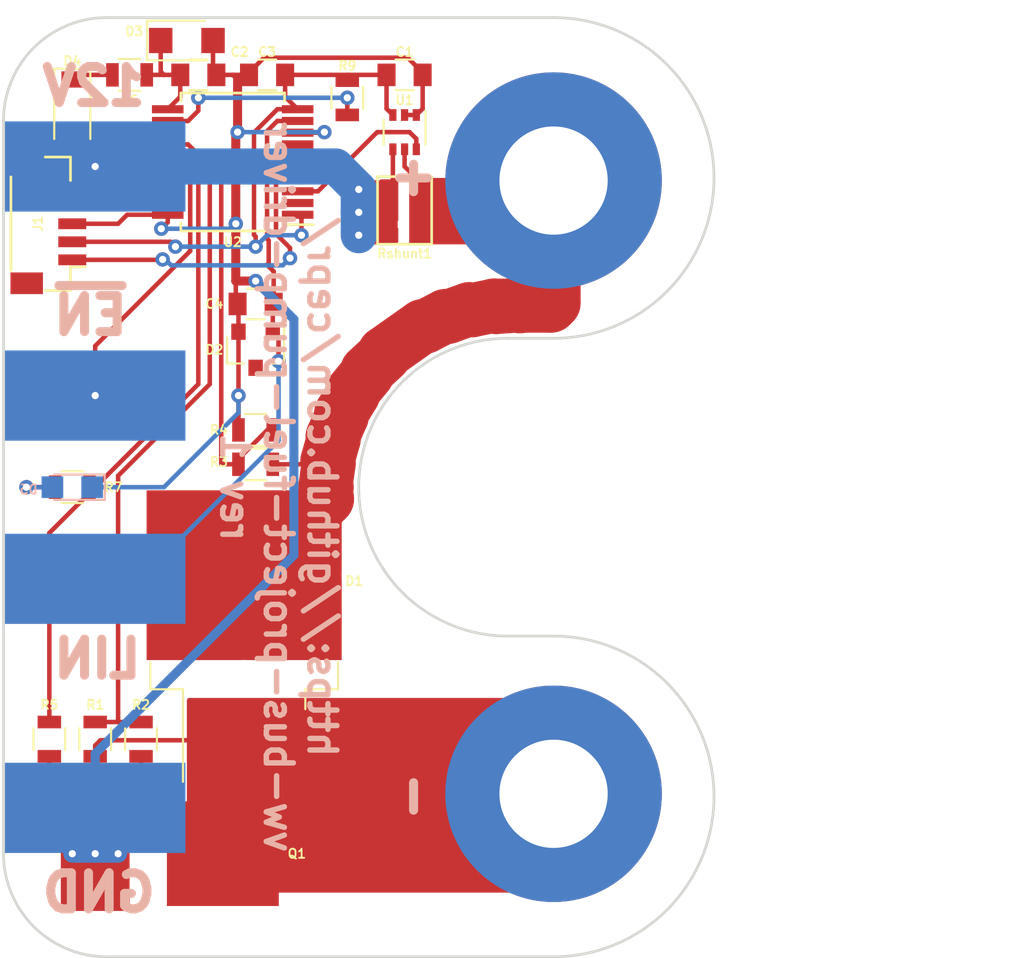
<source format=kicad_pcb>
(kicad_pcb (version 20221018) (generator pcbnew)
  (layers (0 "F.Cu" signal) (31 "B.Cu" signal) (34 "B.Paste" user) (35 "F.Paste" user) (36 "B.SilkS" user "B.Silkscreen") (37 "F.SilkS" user "F.Silkscreen") (38 "B.Mask" user) (39 "F.Mask" user) (44 "Edge.Cuts" user))
  (net 0 "")
  (net 1 "GND")
  (net 2 "+5V")
  (net 3 "Net-(Q1-Pad1)")
  (net 4 "+12V")
  (net 5 "Net-(C2-Pad1)")
  (net 6 "Net-(D4-Pad1)")
  (net 7 "Net-(D5-Pad2)")
  (net 8 "Net-(R9-Pad1)")
  (net 9 "/MCU/LIN")
  (net 10 "/Frontend/OUT+")
  (net 11 "/Frontend/OUT-")
  (net 12 "/MCU/ICSPCLK")
  (net 13 "/MCU/ICSPDAT")
  (net 14 "/MCU/~{MCLR}")
  (net 15 "/MCU/EXT_EN")
  (net 16 "/Frontend/OUT-SENSE")
  (net 17 "/Frontend/OUT+SENSE")
  (net 18 "/Frontend/EN")
  (net 19 "/Frontend/CURRENT_SENSE")
  (footprint "Capacitors_SMD:C_0805" (layer "F.Cu") (at 144.145 78.74)
    (fp_text reference "C1" (at 0 -1.27 180) (layer "F.SilkS") (effects (font (size 0.5 0.5) (thickness 0.1))))
    (fp_text value "100n")
    (fp_line (start -0.5 0.85) (end 0.5 0.85) (stroke (width 0.12)) (layer "F.SilkS"))
    (fp_line (start 0.5 -0.85) (end -0.5 -0.85) (stroke (width 0.12)) (layer "F.SilkS"))
    (pad "1" smd rect (at -1 0) (size 1 1.25) (layers "F.Cu" "F.Paste" "F.Mask") (net 2 "+5V"))
    (pad "2" smd rect (at 1 0) (size 1 1.25) (layers "F.Cu" "F.Paste" "F.Mask") (net 1 "GND"))
  )
  (footprint "TO_SOT_Packages_SMD:TO-263-2" (layer "F.Cu") (at 135.255 109.855 90)
    (fp_text reference "D1" (at 3.048 6.096) (layer "F.SilkS") (effects (font (size 0.5 0.5) (thickness 0.1))))
    (fp_text value "VB30100S-E3/8W")
    (fp_line (start -2.95 -5.2) (end -2.95 -3.39) (stroke (width 0.12)) (layer "F.SilkS"))
    (fp_line (start -2.95 -3.39) (end -8.075 -3.39) (stroke (width 0.12)) (layer "F.SilkS"))
    (fp_line (start -2.95 3.39) (end -4.05 3.39) (stroke (width 0.12)) (layer "F.SilkS"))
    (fp_line (start -2.95 5.2) (end -2.95 3.39) (stroke (width 0.12)) (layer "F.SilkS"))
    (fp_line (start -1.45 -5.2) (end -2.95 -5.2) (stroke (width 0.12)) (layer "F.SilkS"))
    (fp_line (start -1.45 5.2) (end -2.95 5.2) (stroke (width 0.12)) (layer "F.SilkS"))
    (pad "1" smd rect (at -5.775 -2.54 90) (size 4.6 1.1) (layers "F.Cu" "F.Paste" "F.Mask") (net 11 "/Frontend/OUT-"))
    (pad "2" smd rect (at 0.95 -2.775 90) (size 4.55 5.25) (layers "F.Cu" "F.Paste") (net 10 "/Frontend/OUT+"))
    (pad "2" smd rect (at 0.95 2.775 90) (size 4.55 5.25) (layers "F.Cu" "F.Paste") (net 10 "/Frontend/OUT+"))
    (pad "2" smd rect (at 3.375 0 90) (size 9.4 10.8) (layers "F.Cu" "F.Mask") (net 10 "/Frontend/OUT+"))
    (pad "2" smd rect (at 5.8 -2.775 90) (size 4.55 5.25) (layers "F.Cu" "F.Paste") (net 10 "/Frontend/OUT+"))
    (pad "2" smd rect (at 5.8 2.775 90) (size 4.55 5.25) (layers "F.Cu" "F.Paste") (net 10 "/Frontend/OUT+"))
    (pad "3" smd rect (at -5.775 2.54 90) (size 4.6 1.1) (layers "F.Cu" "F.Paste" "F.Mask") (net 11 "/Frontend/OUT-"))
  )
  (footprint "Project:CST0612" (layer "F.Cu") (at 144.145 87.63)
    (fp_text reference "Rshunt1" (at 0 1.016 180) (layer "F.SilkS") (effects (font (size 0.5 0.5) (thickness 0.1))))
    (fp_text value "750u")
    (fp_line (start -1.5 -3.25) (end 1.5 -3.25) (stroke (width 0.15)) (layer "F.SilkS"))
    (fp_line (start -1.5 0.5) (end -1.5 -3.25) (stroke (width 0.15)) (layer "F.SilkS"))
    (fp_line (start 1.5 -3.25) (end 1.5 0.5) (stroke (width 0.15)) (layer "F.SilkS"))
    (fp_line (start 1.5 0.5) (end -1.5 0.5) (stroke (width 0.15)) (layer "F.SilkS"))
    (pad "1" smd rect (at -0.85 -1.95) (size 1 2.3) (layers "F.Cu" "F.Paste" "F.Mask") (net 4 "+12V"))
    (pad "1" smd rect (at -0.85 0) (size 1 0.8) (layers "F.Cu" "F.Paste" "F.Mask") (net 4 "+12V"))
    (pad "2" smd rect (at 0.85 -1.95) (size 1 2.3) (layers "F.Cu" "F.Paste" "F.Mask") (net 10 "/Frontend/OUT+"))
    (pad "2" smd rect (at 0.85 0) (size 1 0.8) (layers "F.Cu" "F.Paste" "F.Mask") (net 10 "/Frontend/OUT+"))
  )
  (footprint "TO_SOT_Packages_SMD:SOT-363_SC-70-6" (layer "F.Cu") (at 144.145 81.915 -90)
    (fp_text reference "U1" (at -1.778 0) (layer "F.SilkS") (effects (font (size 0.5 0.5) (thickness 0.1))))
    (fp_text value "INA199x3_SC70")
    (fp_line (start -0.7 1.16) (end 0.7 1.16) (stroke (width 0.12)) (layer "F.SilkS"))
    (fp_line (start 0.7 -1.16) (end -1.2 -1.16) (stroke (width 0.12)) (layer "F.SilkS"))
    (pad "1" smd rect (at -0.95 -0.65 270) (size 0.65 0.4) (layers "F.Cu" "F.Paste" "F.Mask") (net 1 "GND"))
    (pad "2" smd rect (at -0.95 0 270) (size 0.65 0.4) (layers "F.Cu" "F.Paste" "F.Mask") (net 1 "GND"))
    (pad "3" smd rect (at -0.95 0.65 270) (size 0.65 0.4) (layers "F.Cu" "F.Paste" "F.Mask") (net 2 "+5V"))
    (pad "4" smd rect (at 0.95 0.65 270) (size 0.65 0.4) (layers "F.Cu" "F.Paste" "F.Mask") (net 4 "+12V"))
    (pad "5" smd rect (at 0.95 0 270) (size 0.65 0.4) (layers "F.Cu" "F.Paste" "F.Mask") (net 10 "/Frontend/OUT+"))
    (pad "6" smd rect (at 0.95 -0.65 270) (size 0.65 0.4) (layers "F.Cu" "F.Paste" "F.Mask") (net 19 "/Frontend/CURRENT_SENSE"))
  )
  (footprint "Project:369C" (layer "F.Cu") (at 131.445 121.92 -90)
    (fp_text reference "Q1" (at 0 -6.731 180) (layer "F.SilkS") (effects (font (size 0.5 0.5) (thickness 0.1))))
    (fp_text value "NCV8401BDTRKG" hide)
    (pad "1" smd rect (at -2.286 4.55 270) (size 1.6 3) (layers "F.Cu" "F.Paste" "F.Mask") (net 3 "Net-(Q1-Pad1)"))
    (pad "2" smd rect (at 0 -2.63 270) (size 5.8 6.2) (layers "F.Cu" "F.Paste" "F.Mask") (net 11 "/Frontend/OUT-"))
    (pad "3" smd rect (at 2.286 4.55 270) (size 1.6 3) (layers "F.Cu" "F.Paste" "F.Mask") (net 1 "GND"))
  )
  (footprint "Resistors_SMD:R_0805" (layer "F.Cu") (at 127 115.57 90)
    (fp_text reference "R1" (at 1.905 0 180) (layer "F.SilkS") (effects (font (size 0.5 0.5) (thickness 0.1))))
    (fp_text value "22.1k")
    (fp_line (start -0.6 -0.88) (end 0.6 -0.88) (stroke (width 0.12)) (layer "F.SilkS"))
    (fp_line (start 0.6 0.88) (end -0.6 0.88) (stroke (width 0.12)) (layer "F.SilkS"))
    (pad "1" smd rect (at -0.95 0 90) (size 0.7 1.3) (layers "F.Cu" "F.Paste" "F.Mask") (net 11 "/Frontend/OUT-"))
    (pad "2" smd rect (at 0.95 0 90) (size 0.7 1.3) (layers "F.Cu" "F.Paste" "F.Mask") (net 16 "/Frontend/OUT-SENSE"))
  )
  (footprint "Resistors_SMD:R_0805" (layer "F.Cu") (at 129.54 115.57 -90)
    (fp_text reference "R2" (at -1.905 0) (layer "F.SilkS") (effects (font (size 0.5 0.5) (thickness 0.1))))
    (fp_text value "10.7k")
    (fp_line (start -0.6 -0.88) (end 0.6 -0.88) (stroke (width 0.12)) (layer "F.SilkS"))
    (fp_line (start 0.6 0.88) (end -0.6 0.88) (stroke (width 0.12)) (layer "F.SilkS"))
    (pad "1" smd rect (at -0.95 0 270) (size 0.7 1.3) (layers "F.Cu" "F.Paste" "F.Mask") (net 16 "/Frontend/OUT-SENSE"))
    (pad "2" smd rect (at 0.95 0 270) (size 0.7 1.3) (layers "F.Cu" "F.Paste" "F.Mask") (net 1 "GND"))
  )
  (footprint "Capacitors_SMD:C_0805" (layer "F.Cu") (at 136.525 78.74)
    (fp_text reference "C3" (at 0 -1.27) (layer "F.SilkS") (effects (font (size 0.5 0.5) (thickness 0.1))))
    (fp_text value "10uF")
    (fp_line (start -0.5 0.85) (end 0.5 0.85) (stroke (width 0.12)) (layer "F.SilkS"))
    (fp_line (start 0.5 -0.85) (end -0.5 -0.85) (stroke (width 0.12)) (layer "F.SilkS"))
    (pad "1" smd rect (at -1 0) (size 1 1.25) (layers "F.Cu" "F.Paste" "F.Mask") (net 1 "GND"))
    (pad "2" smd rect (at 1 0) (size 1 1.25) (layers "F.Cu" "F.Paste" "F.Mask") (net 2 "+5V"))
  )
  (footprint "Resistors_SMD:R_0805" (layer "F.Cu") (at 124.46 115.57 90)
    (fp_text reference "R5" (at 1.905 0 180) (layer "F.SilkS") (effects (font (size 0.5 0.5) (thickness 0.1))))
    (fp_text value "150")
    (fp_line (start -0.6 -0.88) (end 0.6 -0.88) (stroke (width 0.12)) (layer "F.SilkS"))
    (fp_line (start 0.6 0.88) (end -0.6 0.88) (stroke (width 0.12)) (layer "F.SilkS"))
    (pad "1" smd rect (at -0.95 0 90) (size 0.7 1.3) (layers "F.Cu" "F.Paste" "F.Mask") (net 3 "Net-(Q1-Pad1)"))
    (pad "2" smd rect (at 0.95 0 90) (size 0.7 1.3) (layers "F.Cu" "F.Paste" "F.Mask") (net 18 "/Frontend/EN"))
  )
  (footprint "Housings_SSOP:SSOP-20_5.3x7.2mm_Pitch0.65mm" (layer "F.Cu") (at 134.62 83.57 180)
    (fp_text reference "U2" (at 0 -4.441 180) (layer "F.SilkS") (effects (font (size 0.5 0.5) (thickness 0.1))))
    (fp_text value "PIC16F1829LIN-ESS")
    (fp_line (start -2.875 -3.825) (end -2.875 -3.475) (stroke (width 0.15)) (layer "F.SilkS"))
    (fp_line (start -2.875 -3.825) (end 2.875 -3.825) (stroke (width 0.15)) (layer "F.SilkS"))
    (fp_line (start -2.875 -3.475) (end -4.475 -3.475) (stroke (width 0.15)) (layer "F.SilkS"))
    (fp_line (start -2.875 3.825) (end -2.875 3.375) (stroke (width 0.15)) (layer "F.SilkS"))
    (fp_line (start -2.875 3.825) (end 2.875 3.825) (stroke (width 0.15)) (layer "F.SilkS"))
    (fp_line (start 2.875 -3.825) (end 2.875 -3.375) (stroke (width 0.15)) (layer "F.SilkS"))
    (fp_line (start 2.875 3.825) (end 2.875 3.375) (stroke (width 0.15)) (layer "F.SilkS"))
    (pad "1" smd rect (at -3.6 -2.925 180) (size 1.75 0.45) (layers "F.Cu" "F.Paste" "F.Mask") (net 2 "+5V"))
    (pad "2" smd rect (at -3.6 -2.275 180) (size 1.75 0.45) (layers "F.Cu" "F.Paste" "F.Mask"))
    (pad "3" smd rect (at -3.6 -1.625 180) (size 1.75 0.45) (layers "F.Cu" "F.Paste" "F.Mask") (net 19 "/Frontend/CURRENT_SENSE"))
    (pad "4" smd rect (at -3.6 -0.975 180) (size 1.75 0.45) (layers "F.Cu" "F.Paste" "F.Mask") (net 14 "/MCU/~{MCLR}"))
    (pad "5" smd rect (at -3.6 -0.325 180) (size 1.75 0.45) (layers "F.Cu" "F.Paste" "F.Mask"))
    (pad "6" smd rect (at -3.6 0.325 180) (size 1.75 0.45) (layers "F.Cu" "F.Paste" "F.Mask"))
    (pad "7" smd rect (at -3.6 0.975 180) (size 1.75 0.45) (layers "F.Cu" "F.Paste" "F.Mask"))
    (pad "8" smd rect (at -3.6 1.625 180) (size 1.75 0.45) (layers "F.Cu" "F.Paste" "F.Mask") (net 1 "GND"))
    (pad "9" smd rect (at -3.6 2.275 180) (size 1.75 0.45) (layers "F.Cu" "F.Paste" "F.Mask") (net 9 "/MCU/LIN"))
    (pad "10" smd rect (at -3.6 2.925 180) (size 1.75 0.45) (layers "F.Cu" "F.Paste" "F.Mask") (net 2 "+5V"))
    (pad "11" smd rect (at 3.6 2.925 180) (size 1.75 0.45) (layers "F.Cu" "F.Paste" "F.Mask") (net 5 "Net-(C2-Pad1)"))
    (pad "12" smd rect (at 3.6 2.275 180) (size 1.75 0.45) (layers "F.Cu" "F.Paste" "F.Mask") (net 8 "Net-(R9-Pad1)"))
    (pad "13" smd rect (at 3.6 1.625 180) (size 1.75 0.45) (layers "F.Cu" "F.Paste" "F.Mask") (net 8 "Net-(R9-Pad1)"))
    (pad "14" smd rect (at 3.6 0.975 180) (size 1.75 0.45) (layers "F.Cu" "F.Paste" "F.Mask") (net 17 "/Frontend/OUT+SENSE"))
    (pad "15" smd rect (at 3.6 0.325 180) (size 1.75 0.45) (layers "F.Cu" "F.Paste" "F.Mask") (net 16 "/Frontend/OUT-SENSE"))
    (pad "16" smd rect (at 3.6 -0.325 180) (size 1.75 0.45) (layers "F.Cu" "F.Paste" "F.Mask") (net 18 "/Frontend/EN"))
    (pad "17" smd rect (at 3.6 -0.975 180) (size 1.75 0.45) (layers "F.Cu" "F.Paste" "F.Mask") (net 15 "/MCU/EXT_EN"))
    (pad "18" smd rect (at 3.6 -1.625 180) (size 1.75 0.45) (layers "F.Cu" "F.Paste" "F.Mask") (net 12 "/MCU/ICSPCLK"))
    (pad "19" smd rect (at 3.6 -2.275 180) (size 1.75 0.45) (layers "F.Cu" "F.Paste" "F.Mask") (net 13 "/MCU/ICSPDAT"))
    (pad "20" smd rect (at 3.6 -2.925 180) (size 1.75 0.45) (layers "F.Cu" "F.Paste" "F.Mask") (net 1 "GND"))
  )
  (footprint "Resistors_SMD:R_0805" (layer "F.Cu") (at 125.73 101.6 180)
    (fp_text reference "R7" (at -2.286 0 180) (layer "F.SilkS") (effects (font (size 0.5 0.5) (thickness 0.1))))
    (fp_text value "150")
    (fp_line (start -0.6 -0.88) (end 0.6 -0.88) (stroke (width 0.12)) (layer "F.SilkS"))
    (fp_line (start 0.6 0.88) (end -0.6 0.88) (stroke (width 0.12)) (layer "F.SilkS"))
    (pad "1" smd rect (at -0.95 0 180) (size 0.7 1.3) (layers "F.Cu" "F.Paste" "F.Mask") (net 18 "/Frontend/EN"))
    (pad "2" smd rect (at 0.95 0 180) (size 0.7 1.3) (layers "F.Cu" "F.Paste" "F.Mask") (net 7 "Net-(D5-Pad2)"))
  )
  (footprint "Resistors_SMD:R_0805" (layer "F.Cu") (at 128.905 78.74)
    (fp_text reference "R6" (at 0 1.397) (layer "F.SilkS") (effects (font (size 0.5 0.5) (thickness 0.1))))
    (fp_text value "47")
    (fp_line (start -0.6 -0.88) (end 0.6 -0.88) (stroke (width 0.12)) (layer "F.SilkS"))
    (fp_line (start 0.6 0.88) (end -0.6 0.88) (stroke (width 0.12)) (layer "F.SilkS"))
    (pad "1" smd rect (at -0.95 0) (size 0.7 1.3) (layers "F.Cu" "F.Paste" "F.Mask") (net 6 "Net-(D4-Pad1)"))
    (pad "2" smd rect (at 0.95 0) (size 0.7 1.3) (layers "F.Cu" "F.Paste" "F.Mask") (net 5 "Net-(C2-Pad1)"))
  )
  (footprint "Capacitors_SMD:C_0805" (layer "F.Cu") (at 132.715 78.74)
    (fp_text reference "C2" (at 2.286 -1.27) (layer "F.SilkS") (effects (font (size 0.5 0.5) (thickness 0.1))))
    (fp_text value "22uF")
    (fp_line (start -0.5 0.85) (end 0.5 0.85) (stroke (width 0.12)) (layer "F.SilkS"))
    (fp_line (start 0.5 -0.85) (end -0.5 -0.85) (stroke (width 0.12)) (layer "F.SilkS"))
    (pad "1" smd rect (at -1 0) (size 1 1.25) (layers "F.Cu" "F.Paste" "F.Mask") (net 5 "Net-(C2-Pad1)"))
    (pad "2" smd rect (at 1 0) (size 1 1.25) (layers "F.Cu" "F.Paste" "F.Mask") (net 1 "GND"))
  )
  (footprint "TO_SOT_Packages_SMD:SOT-23" (layer "F.Cu") (at 135.89 93.98 -90)
    (fp_text reference "D2" (at 0 2.286) (layer "F.SilkS") (effects (font (size 0.5 0.5) (thickness 0.1))))
    (fp_text value "MMBZ27V")
    (fp_line (start 0.76 -1.58) (end -1.4 -1.58) (stroke (width 0.12)) (layer "F.SilkS"))
    (fp_line (start 0.76 -1.58) (end 0.76 -0.65) (stroke (width 0.12)) (layer "F.SilkS"))
    (fp_line (start 0.76 1.58) (end -0.7 1.58) (stroke (width 0.12)) (layer "F.SilkS"))
    (fp_line (start 0.76 1.58) (end 0.76 0.65) (stroke (width 0.12)) (layer "F.SilkS"))
    (pad "1" smd rect (at -1 -0.95 270) (size 0.9 0.8) (layers "F.Cu" "F.Paste" "F.Mask") (net 9 "/MCU/LIN"))
    (pad "2" smd rect (at -1 0.95 270) (size 0.9 0.8) (layers "F.Cu" "F.Paste" "F.Mask") (net 1 "GND"))
    (pad "3" smd rect (at 1 0 270) (size 0.9 0.8) (layers "F.Cu" "F.Paste" "F.Mask"))
  )
  (footprint "Project:D_SMF" (layer "F.Cu") (at 132.08 76.835)
    (fp_text reference "D3" (at -2.921 -0.508) (layer "F.SilkS") (effects (font (size 0.5 0.5) (thickness 0.1))))
    (fp_text value "D_Schottky")
    (fp_line (start -2.2 -1.1) (end -2.2 1.1) (stroke (width 0.12)) (layer "F.SilkS"))
    (fp_line (start -2.2 -1.1) (end 1 -1.1) (stroke (width 0.12)) (layer "F.SilkS"))
    (fp_line (start -2.2 1.1) (end 1.1 1.1) (stroke (width 0.12)) (layer "F.SilkS"))
    (pad "1" smd rect (at -1.45 0) (size 1.3 1.4) (layers "F.Cu" "F.Paste" "F.Mask") (net 5 "Net-(C2-Pad1)"))
    (pad "2" smd rect (at 1.45 0) (size 1.3 1.4) (layers "F.Cu" "F.Paste" "F.Mask") (net 1 "GND"))
  )
  (footprint "Diodes_SMD:D_SOD-123" (layer "F.Cu") (at 125.73 80.645 -90)
    (fp_text reference "D4" (at -2.667 0) (layer "F.SilkS") (effects (font (size 0.5 0.5) (thickness 0.1))))
    (fp_text value "1N4148")
    (fp_line (start -2.25 -1) (end -2.25 1) (stroke (width 0.12)) (layer "F.SilkS"))
    (fp_line (start -2.25 -1) (end 1.65 -1) (stroke (width 0.12)) (layer "F.SilkS"))
    (fp_line (start -2.25 1) (end 1.65 1) (stroke (width 0.12)) (layer "F.SilkS"))
    (pad "1" smd rect (at -1.65 0 270) (size 0.9 1.2) (layers "F.Cu" "F.Paste" "F.Mask") (net 6 "Net-(D4-Pad1)"))
    (pad "2" smd rect (at 1.65 0 270) (size 0.9 1.2) (layers "F.Cu" "F.Paste" "F.Mask") (net 4 "+12V"))
  )
  (footprint "Resistors_SMD:R_0805" (layer "F.Cu") (at 140.97 80.01 90)
    (fp_text reference "R9" (at 1.778 0 180) (layer "F.SilkS") (effects (font (size 0.5 0.5) (thickness 0.1))))
    (fp_text value "10k")
    (fp_line (start -0.6 -0.88) (end 0.6 -0.88) (stroke (width 0.12)) (layer "F.SilkS"))
    (fp_line (start 0.6 0.88) (end -0.6 0.88) (stroke (width 0.12)) (layer "F.SilkS"))
    (pad "1" smd rect (at -0.95 0 90) (size 0.7 1.3) (layers "F.Cu" "F.Paste" "F.Mask") (net 8 "Net-(R9-Pad1)"))
    (pad "2" smd rect (at 0.95 0 90) (size 0.7 1.3) (layers "F.Cu" "F.Paste" "F.Mask") (net 2 "+5V"))
  )
  (footprint "Capacitors_SMD:C_0805" (layer "F.Cu") (at 135.89 91.44 180)
    (fp_text reference "C4" (at 2.286 0 180) (layer "F.SilkS") (effects (font (size 0.5 0.5) (thickness 0.1))))
    (fp_text value "220p")
    (fp_line (start -0.5 0.85) (end 0.5 0.85) (stroke (width 0.12)) (layer "F.SilkS"))
    (fp_line (start 0.5 -0.85) (end -0.5 -0.85) (stroke (width 0.12)) (layer "F.SilkS"))
    (pad "1" smd rect (at -1 0 180) (size 1 1.25) (layers "F.Cu" "F.Paste" "F.Mask") (net 9 "/MCU/LIN"))
    (pad "2" smd rect (at 1 0 180) (size 1 1.25) (layers "F.Cu" "F.Paste" "F.Mask") (net 1 "GND"))
  )
  (footprint "Resistors_SMD:R_0805" (layer "F.Cu") (at 135.89 98.425 180)
    (fp_text reference "R4" (at 2.032 0) (layer "F.SilkS") (effects (font (size 0.5 0.5) (thickness 0.1))))
    (fp_text value "10.7k")
    (fp_line (start -0.6 -0.88) (end 0.6 -0.88) (stroke (width 0.12)) (layer "F.SilkS"))
    (fp_line (start 0.6 0.88) (end -0.6 0.88) (stroke (width 0.12)) (layer "F.SilkS"))
    (pad "1" smd rect (at -0.95 0 180) (size 0.7 1.3) (layers "F.Cu" "F.Paste" "F.Mask") (net 17 "/Frontend/OUT+SENSE"))
    (pad "2" smd rect (at 0.95 0 180) (size 0.7 1.3) (layers "F.Cu" "F.Paste" "F.Mask") (net 1 "GND"))
  )
  (footprint "Project:JST_BM05B" (layer "F.Cu") (at 125.73 86.995 -90)
    (fp_text reference "J1" (at 0 1.905 270) (layer "F.SilkS") (effects (font (size 0.5 0.5) (thickness 0.1))))
    (fp_text value "JST_BM05B-SRSS-TB(LF)(SN)")
    (fp_line (start -3.7 0.1) (end -2.4 0.1) (stroke (width 0.15)) (layer "F.SilkS"))
    (fp_line (start -3.7 1.5) (end -3.7 0.1) (stroke (width 0.15)) (layer "F.SilkS"))
    (fp_line (start -2.6 3.4) (end 2.6 3.4) (stroke (width 0.15)) (layer "F.SilkS"))
    (fp_line (start 2.4 -0.7) (end 2.4 0.1) (stroke (width 0.15)) (layer "F.SilkS"))
    (fp_line (start 2.4 0.1) (end 3.7 0.1) (stroke (width 0.15)) (layer "F.SilkS"))
    (fp_line (start 3.7 0.1) (end 3.7 1.5) (stroke (width 0.15)) (layer "F.SilkS"))
    (pad "" smd rect (at -3.3 2.525 270) (size 1.2 1.8) (layers "F.Cu" "F.Paste" "F.Mask"))
    (pad "" smd rect (at 3.3 2.525 270) (size 1.2 1.8) (layers "F.Cu" "F.Paste" "F.Mask"))
    (pad "1" smd rect (at 2 0 270) (size 0.6 1.55) (layers "F.Cu" "F.Paste" "F.Mask") (net 14 "/MCU/~{MCLR}"))
    (pad "2" smd rect (at 1 0 270) (size 0.6 1.55) (layers "F.Cu" "F.Paste" "F.Mask") (net 2 "+5V"))
    (pad "3" smd rect (at 0 0 270) (size 0.6 1.55) (layers "F.Cu" "F.Paste" "F.Mask") (net 1 "GND"))
    (pad "4" smd rect (at -1 0 270) (size 0.6 1.55) (layers "F.Cu" "F.Paste" "F.Mask") (net 13 "/MCU/ICSPDAT"))
    (pad "5" smd rect (at -2 0 270) (size 0.6 1.55) (layers "F.Cu" "F.Paste" "F.Mask") (net 12 "/MCU/ICSPCLK"))
  )
  (footprint "Resistors_SMD:R_0805" (layer "F.Cu") (at 135.89 100.33 180)
    (fp_text reference "R3" (at 2.032 0.127 180) (layer "F.SilkS") (effects (font (size 0.5 0.5) (thickness 0.1))))
    (fp_text value "22.1k")
    (fp_line (start -0.6 -0.88) (end 0.6 -0.88) (stroke (width 0.12)) (layer "F.SilkS"))
    (fp_line (start 0.6 0.88) (end -0.6 0.88) (stroke (width 0.12)) (layer "F.SilkS"))
    (pad "1" smd rect (at -0.95 0 180) (size 0.7 1.3) (layers "F.Cu" "F.Paste" "F.Mask") (net 10 "/Frontend/OUT+"))
    (pad "2" smd rect (at 0.95 0 180) (size 0.7 1.3) (layers "F.Cu" "F.Paste" "F.Mask") (net 17 "/Frontend/OUT+SENSE"))
  )
  (footprint "Project:fuel_pump" (layer "F.Cu") (at 152.4 101.6)
    (fp_text reference "M1" hide)
    (fp_text value "Motor_DC")
    (pad "1" thru_hole circle (at 0 -17) (size 12 12) (drill 6) (layers "*.Cu" "*.Mask") (net 10 "/Frontend/OUT+"))
    (pad "2" thru_hole circle (at 0 17) (size 12 12) (drill 6) (layers "*.Cu" "*.Mask") (net 11 "/Frontend/OUT-"))
  )
  (footprint "Wire_Pads:SolderWirePad_single_SMD_5x10mm" (layer "B.Cu") (at 127 83.82 -90)
    (fp_text reference "J2" hide)
    (fp_text value "+12V")
    (pad "1" smd rect (at 0 0 270) (size 5 10) (layers "B.Cu" "B.Paste" "B.Mask") (net 4 "+12V"))
  )
  (footprint "Wire_Pads:SolderWirePad_single_SMD_5x10mm" (layer "B.Cu") (at 127 96.52 -90)
    (fp_text reference "J3" hide)
    (fp_text value "EN")
    (pad "1" smd rect (at 0 0 270) (size 5 10) (layers "B.Cu" "B.Paste" "B.Mask") (net 15 "/MCU/EXT_EN"))
  )
  (footprint "Wire_Pads:SolderWirePad_single_SMD_5x10mm" (layer "B.Cu") (at 127 106.68 -90)
    (fp_text reference "J4" hide)
    (fp_text value "LIN")
    (pad "1" smd rect (at 0 0 270) (size 5 10) (layers "B.Cu" "B.Paste" "B.Mask") (net 9 "/MCU/LIN"))
  )
  (footprint "Wire_Pads:SolderWirePad_single_SMD_5x10mm" (layer "B.Cu") (at 127 119.38 -90)
    (fp_text reference "J5" hide)
    (fp_text value "GND")
    (pad "1" smd rect (at 0 0 270) (size 5 10) (layers "B.Cu" "B.Paste" "B.Mask") (net 1 "GND"))
  )
  (footprint "LEDs:LED_0805" (layer "B.Cu") (at 125.73 101.6 180)
    (fp_text reference "D5" (at 2.413 -0.127 180) (layer "B.SilkS") (effects (font (size 0.5 0.5) (thickness 0.1)) (justify mirror)))
    (fp_text value "LED")
    (fp_line (start -1.8 -0.7) (end 1 -0.7) (stroke (width 0.12)) (layer "B.SilkS"))
    (fp_line (start -1.8 0.7) (end -1.8 -0.7) (stroke (width 0.12)) (layer "B.SilkS"))
    (fp_line (start -1.8 0.7) (end 1 0.7) (stroke (width 0.12)) (layer "B.SilkS"))
    (pad "1" smd rect (at -1.1 0) (size 1.2 1.2) (layers "B.Cu" "B.Paste" "B.Mask") (net 1 "GND"))
    (pad "2" smd rect (at 1.1 0) (size 1.2 1.2) (layers "B.Cu" "B.Paste" "B.Mask") (net 7 "Net-(D5-Pad2)"))
  )
  (gr_arc (start 149.86 109.855) (mid 141.605 101.6) (end 149.86 93.345) (stroke (width 0.15)) (layer "Edge.Cuts"))
  (gr_line (start 152.4 75.565) (end 127.635 75.565) (stroke (width 0.15)) (layer "Edge.Cuts"))
  (gr_line (start 127.635 127.635) (end 152.4 127.635) (stroke (width 0.15)) (layer "Edge.Cuts"))
  (gr_arc (start 152.4 75.565) (mid 161.29 84.455) (end 152.4 93.345) (stroke (width 0.15)) (layer "Edge.Cuts"))
  (gr_line (start 149.86 109.855) (end 152.4 109.855) (stroke (width 0.15)) (layer "Edge.Cuts"))
  (gr_arc (start 121.92 81.28) (mid 123.593885 77.238885) (end 127.635 75.565) (stroke (width 0.15)) (layer "Edge.Cuts"))
  (gr_line (start 121.92 81.28) (end 121.92 121.92) (stroke (width 0.15)) (layer "Edge.Cuts"))
  (gr_arc (start 152.4 109.855) (mid 161.29 118.745) (end 152.4 127.635) (stroke (width 0.15)) (layer "Edge.Cuts"))
  (gr_line (start 152.4 93.345) (end 149.86 93.345) (stroke (width 0.15)) (layer "Edge.Cuts"))
  (gr_arc (start 127.635 127.635) (mid 123.593885 125.961115) (end 121.92 121.92) (stroke (width 0.15)) (layer "Edge.Cuts"))
  (gr_text "~{EN}" (at 124.46 92.075) (layer "B.SilkS") (effects (font (size 2 2) (thickness 0.5)) (justify right mirror)))
  (gr_text "LIN" (at 124.46 111.125) (layer "B.SilkS") (effects (font (size 2 2) (thickness 0.5)) (justify right mirror)))
  (gr_text "GND" (at 123.825 124.079) (layer "B.SilkS") (effects (font (size 2 2) (thickness 0.5)) (justify right mirror)))
  (gr_text "+" (at 144.78 84.455 270) (layer "B.SilkS") (effects (font (size 2 2) (thickness 0.5)) (justify mirror)))
  (gr_text "-" (at 144.78 118.745 270) (layer "B.SilkS") (effects (font (size 2 2) (thickness 0.5)) (justify mirror)))
  (gr_text "https://github.com/cepr/\nvw-bus-project-fuel-pump-driver\nrev 1" (at 137.16 101.6 270) (layer "B.SilkS") (effects (font (size 1.5 1.5) (thickness 0.3)) (justify mirror)))
  (gr_text "12V" (at 123.825 79.375) (layer "B.SilkS") (effects (font (size 2 2) (thickness 0.5)) (justify right mirror)))
  (segment (start 131.02 86.495) (end 128.77 86.495) (width 0.25) (layer "F.Cu") (net 1))
  (segment (start 131.02 86.495) (end 131.02 86.912347) (width 0.25) (layer "F.Cu") (net 1))
  (segment (start 126.895 123.295) (end 129.54 120.65) (width 0.25) (layer "F.Cu") (net 1))
  (segment (start 128.77 86.495) (end 128.27 86.995) (width 0.25) (layer "F.Cu") (net 1))
  (segment (start 138.22 81.945) (end 139.67 81.945) (width 0.25) (layer "F.Cu") (net 1))
  (segment (start 133.53 76.835) (end 133.53 78.555) (width 0.25) (layer "F.Cu") (net 1))
  (segment (start 134.89 81.915) (end 134.89 79.01) (width 0.5) (layer "F.Cu") (net 1))
  (segment (start 129.54 117.12) (end 129.54 116.52) (width 0.25) (layer "F.Cu") (net 1))
  (segment (start 145.145 78.74) (end 145.145 80.615) (width 0.25) (layer "F.Cu") (net 1))
  (segment (start 145.145 78.74) (end 145.145 78.615) (width 0.25) (layer "F.Cu") (net 1))
  (segment (start 131.02 86.912347) (end 130.662347 87.27) (width 0.25) (layer "F.Cu") (net 1))
  (segment (start 134.790033 90.17) (end 134.790033 91.340033) (width 0.25) (layer "F.Cu") (net 1))
  (segment (start 136.350001 77.789999) (end 135.525 78.615) (width 0.25) (layer "F.Cu") (net 1))
  (segment (start 134.790033 82.014967) (end 134.89 81.915) (width 0.25) (layer "F.Cu") (net 1))
  (segment (start 126.895 124.206) (end 126.895 123.295) (width 0.25) (layer "F.Cu") (net 1))
  (segment (start 134.62 78.74) (end 135.525 78.74) (width 0.25) (layer "F.Cu") (net 1))
  (segment (start 128.27 86.995) (end 125.73 86.995) (width 0.25) (layer "F.Cu") (net 1))
  (segment (start 145.145 80.615) (end 144.795 80.965) (width 0.25) (layer "F.Cu") (net 1))
  (segment (start 134.94 92.98) (end 134.94 91.49) (width 0.25) (layer "F.Cu") (net 1))
  (segment (start 134.89 79.01) (end 134.62 78.74) (width 0.25) (layer "F.Cu") (net 1))
  (segment (start 134.790033 91.340033) (end 134.89 91.44) (width 0.25) (layer "F.Cu") (net 1))
  (segment (start 135.89 90.17) (end 134.790033 90.17) (width 0.5) (layer "F.Cu") (net 1))
  (segment (start 135.525 78.615) (end 135.525 78.74) (width 0.25) (layer "F.Cu") (net 1))
  (segment (start 133.715 78.74) (end 134.62 78.74) (width 0.25) (layer "F.Cu") (net 1))
  (segment (start 134.94 98.425) (end 134.94 96.52) (width 0.25) (layer "F.Cu") (net 1))
  (segment (start 134.790033 86.995) (end 134.790033 82.014967) (width 0.5) (layer "F.Cu") (net 1))
  (segment (start 134.94 96.52) (end 134.94 92.98) (width 0.25) (layer "F.Cu") (net 1))
  (segment (start 134.790033 86.995) (end 134.790033 90.17) (width 0.5) (layer "F.Cu") (net 1))
  (segment (start 133.53 78.555) (end 133.715 78.74) (width 0.25) (layer "F.Cu") (net 1))
  (segment (start 144.795 80.965) (end 144.145 80.965) (width 0.25) (layer "F.Cu") (net 1))
  (segment (start 139.67 81.945) (end 139.7 81.915) (width 0.25) (layer "F.Cu") (net 1))
  (segment (start 144.319999 77.789999) (end 136.350001 77.789999) (width 0.25) (layer "F.Cu") (net 1))
  (segment (start 145.145 78.615) (end 144.319999 77.789999) (width 0.25) (layer "F.Cu") (net 1))
  (segment (start 129.54 120.65) (end 129.54 117.12) (width 0.25) (layer "F.Cu") (net 1))
  (via (at 127 121.92) (size 0.8) (drill 0.4) (layers "F.Cu" "B.Cu") (net 1))
  (via (at 128.27 121.92) (size 0.8) (drill 0.4) (layers "F.Cu" "B.Cu") (net 1))
  (via (at 134.790033 86.995) (size 0.8) (drill 0.4) (layers "F.Cu" "B.Cu") (net 1))
  (via (at 125.73 121.92) (size 0.8) (drill 0.4) (layers "F.Cu" "B.Cu") (net 1))
  (via (at 134.94 96.52) (size 0.8) (drill 0.4) (layers "F.Cu" "B.Cu") (net 1))
  (via (at 134.89 81.915) (size 0.8) (drill 0.4) (layers "F.Cu" "B.Cu") (net 1))
  (via (at 135.89 90.17) (size 0.8) (drill 0.4) (layers "F.Cu" "B.Cu") (net 1))
  (via (at 130.662347 87.27) (size 0.8) (drill 0.4) (layers "F.Cu" "B.Cu") (net 1))
  (via (at 139.7 81.915) (size 0.8) (drill 0.4) (layers "F.Cu" "B.Cu") (net 1))
  (segment (start 127 119.38) (end 127 121.92) (width 1) (layer "B.Cu") (net 1))
  (segment (start 127 121.92) (end 128.27 121.92) (width 1) (layer "B.Cu") (net 1))
  (segment (start 127 119.38) (end 127 116.38) (width 0.5) (layer "B.Cu") (net 1))
  (segment (start 130.662347 87.27) (end 134.515033 87.27) (width 0.25) (layer "B.Cu") (net 1))
  (segment (start 127 116.38) (end 138.010001 105.369999) (width 0.5) (layer "B.Cu") (net 1))
  (segment (start 125.73 121.92) (end 127 121.92) (width 1) (layer "B.Cu") (net 1))
  (segment (start 134.94 97.47) (end 134.94 96.52) (width 0.25) (layer "B.Cu") (net 1))
  (segment (start 126.83 101.6) (end 130.81 101.6) (width 0.25) (layer "B.Cu") (net 1))
  (segment (start 134.515033 87.27) (end 134.790033 86.995) (width 0.25) (layer "B.Cu") (net 1))
  (segment (start 139.7 81.915) (end 134.89 81.915) (width 0.25) (layer "B.Cu") (net 1))
  (segment (start 138.010001 92.290001) (end 135.89 90.17) (width 0.5) (layer "B.Cu") (net 1))
  (segment (start 130.81 101.6) (end 134.94 97.47) (width 0.25) (layer "B.Cu") (net 1))
  (segment (start 138.010001 105.369999) (end 138.010001 92.290001) (width 0.5) (layer "B.Cu") (net 1))
  (segment (start 140.97 79.06) (end 140.97 78.74) (width 0.25) (layer "F.Cu") (net 2))
  (segment (start 135.89 87.699315) (end 135.89 88.265) (width 0.25) (layer "F.Cu") (net 2))
  (segment (start 138.43 87.63) (end 138.43 86.705) (width 0.25) (layer "F.Cu") (net 2))
  (segment (start 140.97 78.74) (end 143.145 78.74) (width 0.25) (layer "F.Cu") (net 2))
  (segment (start 143.145 80.615) (end 143.495 80.965) (width 0.25) (layer "F.Cu") (net 2))
  (segment (start 137.095 80.645) (end 135.79999 81.94001) (width 0.25) (layer "F.Cu") (net 2))
  (segment (start 137.525 78.74) (end 137.525 79.95) (width 0.25) (layer "F.Cu") (net 2))
  (segment (start 138.22 80.645) (end 137.095 80.645) (width 0.25) (layer "F.Cu") (net 2))
  (segment (start 138.43 86.705) (end 138.22 86.495) (width 0.25) (layer "F.Cu") (net 2))
  (segment (start 125.73 87.995) (end 131.175 87.995) (width 0.25) (layer "F.Cu") (net 2))
  (segment (start 137.525 78.74) (end 140.97 78.74) (width 0.25) (layer "F.Cu") (net 2))
  (segment (start 135.79999 87.609305) (end 135.89 87.699315) (width 0.25) (layer "F.Cu") (net 2))
  (segment (start 131.175 87.995) (end 131.445 88.265) (width 0.25) (layer "F.Cu") (net 2))
  (segment (start 135.79999 81.94001) (end 135.79999 87.609305) (width 0.25) (layer "F.Cu") (net 2))
  (segment (start 137.525 79.95) (end 138.22 80.645) (width 0.25) (layer "F.Cu") (net 2))
  (segment (start 143.145 78.74) (end 143.145 80.615) (width 0.25) (layer "F.Cu") (net 2))
  (via (at 138.43 87.63) (size 0.8) (drill 0.4) (layers "F.Cu" "B.Cu") (net 2))
  (via (at 131.445 88.265) (size 0.8) (drill 0.4) (layers "F.Cu" "B.Cu") (net 2))
  (via (at 135.89 88.265) (size 0.8) (drill 0.4) (layers "F.Cu" "B.Cu") (net 2))
  (segment (start 132.010685 88.265) (end 135.89 88.265) (width 0.25) (layer "B.Cu") (net 2))
  (segment (start 136.289999 87.865001) (end 135.89 88.265) (width 0.25) (layer "B.Cu") (net 2))
  (segment (start 131.445 88.265) (end 132.010685 88.265) (width 0.25) (layer "B.Cu") (net 2))
  (segment (start 136.525 87.63) (end 136.289999 87.865001) (width 0.25) (layer "B.Cu") (net 2))
  (segment (start 138.43 87.63) (end 136.525 87.63) (width 0.25) (layer "B.Cu") (net 2))
  (segment (start 124.46 117.12) (end 124.46 116.52) (width 0.25) (layer "F.Cu") (net 3))
  (segment (start 125.145 119.634) (end 124.46 118.949) (width 0.25) (layer "F.Cu") (net 3))
  (segment (start 124.46 118.949) (end 124.46 117.12) (width 0.25) (layer "F.Cu") (net 3))
  (segment (start 126.895 119.634) (end 125.145 119.634) (width 0.25) (layer "F.Cu") (net 3))
  (segment (start 125.73 82.55) (end 127 83.82) (width 0.25) (layer "F.Cu") (net 4))
  (segment (start 125.73 82.295) (end 125.73 82.55) (width 0.25) (layer "F.Cu") (net 4))
  (segment (start 143.495 82.865) (end 143.495 85.48) (width 0.25) (layer "F.Cu") (net 4))
  (segment (start 143.495 85.48) (end 143.295 85.68) (width 0.25) (layer "F.Cu") (net 4))
  (via (at 127 83.82) (size 0.8) (drill 0.4) (layers "F.Cu" "B.Cu") (net 4))
  (via (at 141.605 87.63) (size 0.8) (drill 0.4) (layers "F.Cu" "B.Cu") (net 4))
  (via (at 141.605 86.36) (size 0.8) (drill 0.4) (layers "F.Cu" "B.Cu") (net 4))
  (via (at 141.605 85.09) (size 0.8) (drill 0.4) (layers "F.Cu" "B.Cu") (net 4))
  (segment (start 127 83.82) (end 140.335 83.82) (width 2) (layer "B.Cu") (net 4))
  (segment (start 141.605 85.09) (end 141.605 86.36) (width 2) (layer "B.Cu") (net 4))
  (segment (start 140.335 83.82) (end 141.605 85.09) (width 2) (layer "B.Cu") (net 4))
  (segment (start 141.605 86.36) (end 141.605 87.63) (width 2) (layer "B.Cu") (net 4))
  (segment (start 131.715 79.95) (end 131.02 80.645) (width 0.25) (layer "F.Cu") (net 5))
  (segment (start 129.855 78.74) (end 130.81 78.74) (width 0.25) (layer "F.Cu") (net 5))
  (segment (start 130.63 76.835) (end 130.63 78.56) (width 0.25) (layer "F.Cu") (net 5))
  (segment (start 130.81 78.74) (end 131.715 78.74) (width 0.25) (layer "F.Cu") (net 5))
  (segment (start 131.715 78.74) (end 131.715 79.95) (width 0.25) (layer "F.Cu") (net 5))
  (segment (start 130.63 78.56) (end 130.81 78.74) (width 0.25) (layer "F.Cu") (net 5))
  (segment (start 127.955 78.74) (end 125.985 78.74) (width 0.25) (layer "F.Cu") (net 6))
  (segment (start 125.985 78.74) (end 125.73 78.995) (width 0.25) (layer "F.Cu") (net 6))
  (segment (start 124.78 101.6) (end 123.19 101.6) (width 0.25) (layer "F.Cu") (net 7))
  (via (at 123.19 101.6) (size 0.8) (drill 0.4) (layers "F.Cu" "B.Cu") (net 7))
  (segment (start 123.19 101.6) (end 124.63 101.6) (width 0.25) (layer "B.Cu") (net 7))
  (segment (start 132.715 80.725) (end 132.715 80.575685) (width 0.25) (layer "F.Cu") (net 8))
  (segment (start 132.145 81.295) (end 132.715 80.725) (width 0.25) (layer "F.Cu") (net 8))
  (segment (start 132.715 80.575685) (end 132.715 80.01) (width 0.25) (layer "F.Cu") (net 8))
  (segment (start 131.02 81.295) (end 131.02 81.945) (width 0.25) (layer "F.Cu") (net 8))
  (segment (start 131.02 81.295) (end 132.145 81.295) (width 0.25) (layer "F.Cu") (net 8))
  (segment (start 140.97 80.96) (end 140.97 80.01) (width 0.25) (layer "F.Cu") (net 8))
  (via (at 132.715 80.01) (size 0.8) (drill 0.4) (layers "F.Cu" "B.Cu") (net 8))
  (via (at 140.97 80.01) (size 0.8) (drill 0.4) (layers "F.Cu" "B.Cu") (net 8))
  (segment (start 132.715 80.01) (end 133.280685 80.01) (width 0.25) (layer "B.Cu") (net 8))
  (segment (start 133.280685 80.01) (end 140.97 80.01) (width 0.25) (layer "B.Cu") (net 8))
  (segment (start 136.525 89.27) (end 136.615001 89.179999) (width 0.25) (layer "F.Cu") (net 9))
  (segment (start 136.84 92.98) (end 136.84 91.49) (width 0.25) (layer "F.Cu") (net 9))
  (segment (start 136.84 91.025) (end 136.84 91.075) (width 0.25) (layer "F.Cu") (net 9))
  (segment (start 137.16 93.3) (end 136.84 92.98) (width 0.25) (layer "F.Cu") (net 9))
  (segment (start 136.525 81.865) (end 137.095 81.295) (width 0.25) (layer "F.Cu") (net 9))
  (segment (start 136.615001 89.179999) (end 136.615001 87.916999) (width 0.25) (layer "F.Cu") (net 9))
  (segment (start 136.525 87.826998) (end 136.525 81.865) (width 0.25) (layer "F.Cu") (net 9))
  (segment (start 137.16 94.615) (end 137.16 93.3) (width 0.25) (layer "F.Cu") (net 9))
  (segment (start 136.84 89.585) (end 136.525 89.27) (width 0.25) (layer "F.Cu") (net 9))
  (segment (start 136.89 89.635) (end 136.525 89.27) (width 0.25) (layer "F.Cu") (net 9))
  (segment (start 137.095 81.295) (end 138.22 81.295) (width 0.25) (layer "F.Cu") (net 9))
  (segment (start 136.89 91.44) (end 136.89 89.635) (width 0.25) (layer "F.Cu") (net 9))
  (segment (start 136.615001 87.916999) (end 136.525 87.826998) (width 0.25) (layer "F.Cu") (net 9))
  (via (at 137.16 94.615) (size 0.8) (drill 0.4) (layers "F.Cu" "B.Cu") (net 9))
  (segment (start 127 106.68) (end 129.5 106.68) (width 0.25) (layer "B.Cu") (net 9))
  (segment (start 137.16 99.02) (end 137.16 94.615) (width 0.25) (layer "B.Cu") (net 9))
  (segment (start 129.5 106.68) (end 137.16 99.02) (width 0.25) (layer "B.Cu") (net 9))
  (segment (start 147.856111 91.791789) (end 149.094663 91.534416) (width 3) (layer "F.Cu") (net 10))
  (segment (start 151.32 85.68) (end 152.4 84.6) (width 0.25) (layer "F.Cu") (net 10))
  (segment (start 152.339372 84.660628) (end 152.4 84.6) (width 3) (layer "F.Cu") (net 10))
  (segment (start 144.145 83.82) (end 144.145 83.44) (width 0.25) (layer "F.Cu") (net 10))
  (segment (start 141.275023 96.289644) (end 142.073354 95.308364) (width 3) (layer "F.Cu") (net 10))
  (segment (start 140.16066 98.802767) (end 140.66464 97.642488) (width 3) (layer "F.Cu") (net 10))
  (segment (start 139.843316 102.241685) (end 139.765654 101.676652) (width 3) (layer "F.Cu") (net 10))
  (segment (start 150.472389 91.523955) (end 150.525184 91.56999) (width 3) (layer "F.Cu") (net 10))
  (segment (start 140.66464 97.642488) (end 140.631889 97.508094) (width 3) (layer "F.Cu") (net 10))
  (segment (start 141.289169 96.427244) (end 141.275023 96.289644) (width 3) (layer "F.Cu") (net 10))
  (segment (start 139.937905 100.270119) (end 139.87011 100.149545) (width 3) (layer "F.Cu") (net 10))
  (segment (start 144.995 85.68) (end 144.995 84.67) (width 0.25) (layer "F.Cu") (net 10))
  (segment (start 139.689655 100.33) (end 139.87011 100.149545) (width 0.25) (layer "F.Cu") (net 10))
  (segment (start 149.210328 91.610281) (end 150.472389 91.523955) (width 3) (layer "F.Cu") (net 10))
  (segment (start 144.995 84.67) (end 144.145 83.82) (width 0.25) (layer "F.Cu") (net 10))
  (segment (start 152.240416 91.534416) (end 152.4 91.374832) (width 3) (layer "F.Cu") (net 10))
  (segment (start 139.765654 101.523347) (end 139.937905 100.270119) (width 3) (layer "F.Cu") (net 10))
  (segment (start 149.094663 91.534416) (end 152.240416 91.534416) (width 3) (layer "F.Cu") (net 10))
  (segment (start 146.539225 92.156006) (end 147.731193 91.732381) (width 3) (layer "F.Cu") (net 10))
  (segment (start 140.211405 98.931448) (end 140.16066 98.802767) (width 3) (layer "F.Cu") (net 10))
  (segment (start 139.765654 101.676652) (end 139.823782 101.6) (width 3) (layer "F.Cu") (net 10))
  (segment (start 139.823782 101.6) (end 139.765654 101.523347) (width 3) (layer "F.Cu") (net 10))
  (segment (start 143.026093 94.170368) (end 145.147882 92.672644) (width 3) (layer "F.Cu") (net 10))
  (segment (start 147.731193 91.732381) (end 147.856111 91.791789) (width 3) (layer "F.Cu") (net 10))
  (segment (start 142.073354 95.308364) (end 142.078077 95.170117) (width 3) (layer "F.Cu") (net 10))
  (segment (start 145.147882 92.672644) (end 145.284197 92.696147) (width 3) (layer "F.Cu") (net 10))
  (segment (start 142.078077 95.170117) (end 143.00259 94.306683) (width 3) (layer "F.Cu") (net 10))
  (segment (start 144.995 85.68) (end 151.32 85.68) (width 0.25) (layer "F.Cu") (net 10))
  (segment (start 145.284197 92.696147) (end 146.407382 92.114161) (width 3) (layer "F.Cu") (net 10))
  (segment (start 146.407382 92.114161) (end 146.539225 92.156006) (width 3) (layer "F.Cu") (net 10))
  (segment (start 143.00259 94.306683) (end 143.026093 94.170368) (width 3) (layer "F.Cu") (net 10))
  (segment (start 149.094663 91.534416) (end 149.210328 91.610281) (width 3) (layer "F.Cu") (net 10))
  (segment (start 140.631889 97.508094) (end 141.289169 96.427244) (width 3) (layer "F.Cu") (net 10))
  (segment (start 139.87011 100.149545) (end 140.211405 98.931448) (width 3) (layer "F.Cu") (net 10))
  (segment (start 144.145 83.44) (end 144.145 82.865) (width 0.25) (layer "F.Cu") (net 10))
  (segment (start 152.4 91.374832) (end 152.4 84.6) (width 3) (layer "F.Cu") (net 10))
  (segment (start 138.03 104.055) (end 139.843316 102.241685) (width 3) (layer "F.Cu") (net 10))
  (segment (start 136.84 100.33) (end 139.689655 100.33) (width 0.25) (layer "F.Cu") (net 10))
  (segment (start 144.995 85.68) (end 144.995 87.63) (width 0.25) (layer "F.Cu") (net 10))
  (segment (start 127 116.52) (end 127 115.92) (width 0.25) (layer "F.Cu") (net 11))
  (segment (start 127.29 115.63) (end 131.915 115.63) (width 0.25) (layer "F.Cu") (net 11))
  (segment (start 131.915 115.63) (end 132.715 115.63) (width 0.25) (layer "F.Cu") (net 11))
  (segment (start 127 115.92) (end 127.29 115.63) (width 0.25) (layer "F.Cu") (net 11))
  (segment (start 131.02 85.195) (end 127.74 85.195) (width 0.25) (layer "F.Cu") (net 12))
  (segment (start 127.74 85.195) (end 127.54 84.995) (width 0.25) (layer "F.Cu") (net 12))
  (segment (start 127.54 84.995) (end 125.73 84.995) (width 0.25) (layer "F.Cu") (net 12))
  (segment (start 127.785 85.845) (end 127.635 85.995) (width 0.25) (layer "F.Cu") (net 13))
  (segment (start 127.635 85.995) (end 125.73 85.995) (width 0.25) (layer "F.Cu") (net 13))
  (segment (start 131.02 85.845) (end 127.785 85.845) (width 0.25) (layer "F.Cu") (net 13))
  (segment (start 137.095 84.545) (end 137.019999 84.620001) (width 0.25) (layer "F.Cu") (net 14))
  (segment (start 137.795 88.334315) (end 137.795 88.9) (width 0.25) (layer "F.Cu") (net 14))
  (segment (start 130.715 88.995) (end 130.737885 88.972115) (width 0.25) (layer "F.Cu") (net 14))
  (segment (start 137.019999 84.620001) (end 137.019999 87.559314) (width 0.25) (layer "F.Cu") (net 14))
  (segment (start 137.019999 87.559314) (end 137.795 88.334315) (width 0.25) (layer "F.Cu") (net 14))
  (segment (start 125.73 88.995) (end 130.715 88.995) (width 0.25) (layer "F.Cu") (net 14))
  (segment (start 138.22 84.545) (end 137.095 84.545) (width 0.25) (layer "F.Cu") (net 14))
  (via (at 130.737885 88.972115) (size 0.8) (drill 0.4) (layers "F.Cu" "B.Cu") (net 14))
  (via (at 137.795 88.9) (size 0.8) (drill 0.4) (layers "F.Cu" "B.Cu") (net 14))
  (segment (start 131.209999 89.299999) (end 130.900001 88.990001) (width 0.25) (layer "B.Cu") (net 14))
  (segment (start 137.395001 89.299999) (end 131.209999 89.299999) (width 0.25) (layer "B.Cu") (net 14))
  (segment (start 130.900001 88.990001) (end 130.81 88.9) (width 0.25) (layer "B.Cu") (net 14))
  (segment (start 130.81 88.9) (end 130.737885 88.972115) (width 0.25) (layer "B.Cu") (net 14))
  (segment (start 137.795 88.9) (end 137.395001 89.299999) (width 0.25) (layer "B.Cu") (net 14))
  (segment (start 132.264989 88.505011) (end 127 93.77) (width 0.25) (layer "F.Cu") (net 15))
  (segment (start 132.264989 84.664989) (end 132.264989 88.505011) (width 0.25) (layer "F.Cu") (net 15))
  (segment (start 127 93.77) (end 127 96.52) (width 0.25) (layer "F.Cu") (net 15))
  (segment (start 131.02 84.545) (end 132.145 84.545) (width 0.25) (layer "F.Cu") (net 15))
  (segment (start 132.145 84.545) (end 132.264989 84.664989) (width 0.25) (layer "F.Cu") (net 15))
  (via (at 127 96.52) (size 0.8) (drill 0.4) (layers "F.Cu" "B.Cu") (net 15))
  (segment (start 132.145 83.245) (end 131.02 83.245) (width 0.25) (layer "F.Cu") (net 16))
  (segment (start 128.27 114.62) (end 128.27 100.96641) (width 0.25) (layer "F.Cu") (net 16))
  (segment (start 128.27 114.62) (end 127 114.62) (width 0.25) (layer "F.Cu") (net 16))
  (segment (start 133.35 84.45) (end 132.145 83.245) (width 0.25) (layer "F.Cu") (net 16))
  (segment (start 129.54 114.62) (end 128.27 114.62) (width 0.25) (layer "F.Cu") (net 16))
  (segment (start 128.27 100.96641) (end 133.35 95.88641) (width 0.25) (layer "F.Cu") (net 16))
  (segment (start 133.35 95.88641) (end 133.35 84.45) (width 0.25) (layer "F.Cu") (net 16))
  (segment (start 133.985 84.435) (end 132.145 82.595) (width 0.25) (layer "F.Cu") (net 17))
  (segment (start 134.94 100.33) (end 134.94 100.03) (width 0.25) (layer "F.Cu") (net 17))
  (segment (start 133.985 100.33) (end 133.985 84.435) (width 0.25) (layer "F.Cu") (net 17))
  (segment (start 136.545 98.425) (end 136.84 98.425) (width 0.25) (layer "F.Cu") (net 17))
  (segment (start 134.94 100.33) (end 133.985 100.33) (width 0.25) (layer "F.Cu") (net 17))
  (segment (start 132.145 82.595) (end 131.02 82.595) (width 0.25) (layer "F.Cu") (net 17))
  (segment (start 134.94 100.03) (end 136.545 98.425) (width 0.25) (layer "F.Cu") (net 17))
  (segment (start 126.68 101.6) (end 126.68 101.92) (width 0.25) (layer "F.Cu") (net 18))
  (segment (start 126.68 101.92) (end 126.365 102.235) (width 0.25) (layer "F.Cu") (net 18))
  (segment (start 124.46 104.14) (end 126.365 102.235) (width 0.25) (layer "F.Cu") (net 18))
  (segment (start 124.46 114.62) (end 124.46 104.14) (width 0.25) (layer "F.Cu") (net 18))
  (segment (start 132.145 83.895) (end 131.02 83.895) (width 0.25) (layer "F.Cu") (net 18))
  (segment (start 126.365 102.235) (end 132.715 95.885) (width 0.25) (layer "F.Cu") (net 18))
  (segment (start 132.715 84.465) (end 132.145 83.895) (width 0.25) (layer "F.Cu") (net 18))
  (segment (start 132.715 95.885) (end 132.715 84.465) (width 0.25) (layer "F.Cu") (net 18))
  (segment (start 139.345 85.195) (end 142.625 81.915) (width 0.25) (layer "F.Cu") (net 19))
  (segment (start 144.795 82.29) (end 144.795 82.865) (width 0.25) (layer "F.Cu") (net 19))
  (segment (start 142.625 81.915) (end 144.42 81.915) (width 0.25) (layer "F.Cu") (net 19))
  (segment (start 144.42 81.915) (end 144.795 82.29) (width 0.25) (layer "F.Cu") (net 19))
  (segment (start 138.22 85.195) (end 139.345 85.195) (width 0.25) (layer "F.Cu") (net 19))
  (zone (net 11) (net_name "/Frontend/OUT-") (layer "F.Cu") (connect_pads yes (clearance 0.508)) (min_thickness 0.254) (fill yes (thermal_gap 0.508) (thermal_bridge_width 0.508))
    (polygon (pts (xy 132.08 124.079) (xy 152.4 124.079) (xy 152.4 113.284) (xy 132.08 113.284)))
  )
  (zone (net 1) (net_name "GND") (layer "F.Cu") (connect_pads yes (clearance 0.508)) (min_thickness 0.254) (fill yes (thermal_gap 0.508) (thermal_bridge_width 0.508))
    (polygon (pts (xy 125.095 125.095) (xy 128.905 125.095) (xy 128.905 121.285) (xy 125.095 121.285)))
  )
  (zone (net 4) (net_name "+12V") (layer "F.Cu") (connect_pads yes (clearance 0.508)) (min_thickness 0.254) (fill yes (thermal_gap 0.508) (thermal_bridge_width 0.508))
    (polygon (pts (xy 143.764 84.582) (xy 143.764 88.138) (xy 141.097 88.138) (xy 141.097 84.582)))
  )
  (zone (net 10) (net_name "/Frontend/OUT+") (layer "F.Cu") (connect_pads yes (clearance 0.508)) (min_thickness 0.254) (fill yes (thermal_gap 0.508) (thermal_bridge_width 0.508))
    (polygon (pts (xy 144.399 84.455) (xy 148.082 84.455) (xy 148.082 88.138) (xy 144.399 88.138)))
  )
)
</source>
